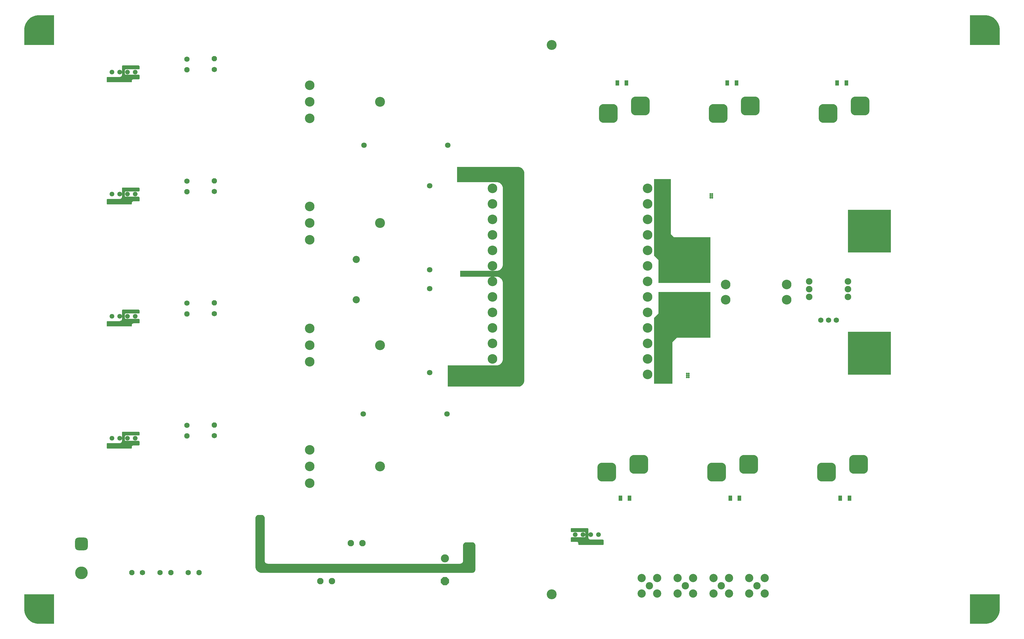
<source format=gbs>
G04*
G04 #@! TF.GenerationSoftware,Altium Limited,Altium Designer,19.1.9 (167)*
G04*
G04 Layer_Color=7477623*
%FSLAX44Y44*%
%MOMM*%
G71*
G01*
G75*
%ADD51R,1.1500X1.7500*%
%ADD52P,2.8684X8X112.5*%
%ADD53C,2.6500*%
%ADD54C,1.8000*%
G04:AMPARAMS|DCode=55|XSize=6.15mm|YSize=6.15mm|CornerRadius=1.575mm|HoleSize=0mm|Usage=FLASHONLY|Rotation=0.000|XOffset=0mm|YOffset=0mm|HoleType=Round|Shape=RoundedRectangle|*
%AMROUNDEDRECTD55*
21,1,6.1500,3.0000,0,0,0.0*
21,1,3.0000,6.1500,0,0,0.0*
1,1,3.1500,1.5000,-1.5000*
1,1,3.1500,-1.5000,-1.5000*
1,1,3.1500,-1.5000,1.5000*
1,1,3.1500,1.5000,1.5000*
%
%ADD55ROUNDEDRECTD55*%
%ADD56C,1.7500*%
%ADD57C,2.1500*%
%ADD58C,0.6500*%
%ADD59C,2.3500*%
%ADD60C,3.1500*%
%ADD62C,2.7000*%
%ADD63C,2.4000*%
G04:AMPARAMS|DCode=64|XSize=4.15mm|YSize=4.15mm|CornerRadius=1.075mm|HoleSize=0mm|Usage=FLASHONLY|Rotation=270.000|XOffset=0mm|YOffset=0mm|HoleType=Round|Shape=RoundedRectangle|*
%AMROUNDEDRECTD64*
21,1,4.1500,2.0000,0,0,270.0*
21,1,2.0000,4.1500,0,0,270.0*
1,1,2.1500,-1.0000,-1.0000*
1,1,2.1500,-1.0000,1.0000*
1,1,2.1500,1.0000,1.0000*
1,1,2.1500,1.0000,-1.0000*
%
%ADD64ROUNDEDRECTD64*%
%ADD65C,4.1500*%
%ADD66P,1.8942X8X292.5*%
%ADD67C,1.5500*%
%ADD68P,1.8942X8X202.5*%
%ADD69C,3.2500*%
%ADD131C,2.1082*%
G36*
X3159178Y1996138D02*
X3165121Y1994545D01*
X3170806Y1992191D01*
X3176135Y1989114D01*
X3181017Y1985368D01*
X3185368Y1981017D01*
X3189114Y1976135D01*
X3192191Y1970806D01*
X3194546Y1965121D01*
X3196138Y1959177D01*
X3196942Y1953077D01*
Y1950000D01*
Y1900000D01*
X3100000D01*
Y1996941D01*
X3150000D01*
D01*
X3150000D01*
X3153076Y1996941D01*
X3159178Y1996138D01*
D02*
G37*
G36*
X100000Y1996942D02*
Y1900000D01*
X3059D01*
Y1950000D01*
Y1953077D01*
X3862Y1959177D01*
X5454Y1965121D01*
X7809Y1970806D01*
X10886Y1976135D01*
X14632Y1981017D01*
X18983Y1985368D01*
X23865Y1989114D01*
X29194Y1992191D01*
X34879Y1994545D01*
X40823Y1996138D01*
X46923Y1996941D01*
X50000Y1996942D01*
X100000D01*
D02*
G37*
G36*
X332500Y1832500D02*
X377500Y1832500D01*
X377997Y1832500D01*
X378916Y1832119D01*
X379619Y1831416D01*
X379716Y1831183D01*
X380000Y1830000D01*
D01*
X380000Y1828825D01*
Y1822500D01*
X380000Y1822003D01*
X379619Y1821084D01*
X378916Y1820381D01*
X378657Y1820273D01*
X377500Y1820000D01*
Y1820000D01*
X335000Y1820000D01*
X334512Y1819952D01*
X333611Y1819579D01*
X332921Y1818889D01*
X332548Y1817988D01*
X332500Y1817500D01*
Y1805000D01*
X332548Y1804512D01*
X332921Y1803611D01*
X333611Y1802921D01*
X334512Y1802548D01*
X335000Y1802500D01*
X377500Y1802500D01*
X377997Y1802500D01*
X378916Y1802119D01*
X379619Y1801416D01*
X379726Y1801157D01*
X380000Y1800000D01*
Y1800000D01*
X380000D01*
X380000Y1800000D01*
X380000Y1790000D01*
X380000Y1789503D01*
X379620Y1788584D01*
X378917Y1787880D01*
X378657Y1787773D01*
X377500Y1787500D01*
Y1787500D01*
X360000Y1787500D01*
X359024Y1787404D01*
X357221Y1786658D01*
X355842Y1785278D01*
X355186Y1783693D01*
X355096Y1783476D01*
X355000Y1782500D01*
X355000Y1782500D01*
X355000Y1782500D01*
X355000Y1780000D01*
X355000Y1779503D01*
X354620Y1778583D01*
X353917Y1777880D01*
X352997Y1777500D01*
X352500Y1777500D01*
X275000D01*
X274503Y1777500D01*
X273584Y1777880D01*
X272880Y1778584D01*
X272500Y1779503D01*
X272500Y1780000D01*
X272500Y1792997D01*
X272880Y1793916D01*
X273584Y1794619D01*
X274502Y1795000D01*
X275000Y1795000D01*
X315000Y1795000D01*
X315735Y1795036D01*
X317177Y1795323D01*
X318535Y1795885D01*
X319757Y1796702D01*
X320797Y1797742D01*
X321614Y1798964D01*
X322176Y1800322D01*
X322463Y1801764D01*
X322499Y1802499D01*
X322500Y1802500D01*
Y1830497D01*
X322881Y1831416D01*
X323583Y1832119D01*
X324502Y1832499D01*
X324999D01*
X325000Y1832500D01*
X332500Y1832500D01*
D02*
G37*
G36*
Y1432500D02*
X377500Y1432500D01*
X377997Y1432500D01*
X378916Y1432119D01*
X379619Y1431416D01*
X379716Y1431183D01*
X380000Y1430000D01*
D01*
X380000Y1428825D01*
Y1422500D01*
X380000Y1422003D01*
X379619Y1421084D01*
X378916Y1420381D01*
X378657Y1420273D01*
X377500Y1420000D01*
Y1420000D01*
X335000Y1420000D01*
X334512Y1419952D01*
X333611Y1419579D01*
X332921Y1418889D01*
X332548Y1417988D01*
X332500Y1417500D01*
Y1405000D01*
X332548Y1404512D01*
X332921Y1403611D01*
X333611Y1402921D01*
X334512Y1402548D01*
X335000Y1402500D01*
X377500Y1402500D01*
X377997Y1402500D01*
X378916Y1402119D01*
X379619Y1401416D01*
X379726Y1401157D01*
X380000Y1400000D01*
Y1400000D01*
X380000D01*
X380000Y1400000D01*
X380000Y1390000D01*
X380000Y1389503D01*
X379620Y1388584D01*
X378917Y1387880D01*
X378657Y1387773D01*
X377500Y1387500D01*
Y1387500D01*
X360000Y1387500D01*
X359024Y1387404D01*
X357221Y1386658D01*
X355842Y1385278D01*
X355186Y1383693D01*
X355096Y1383476D01*
X355000Y1382500D01*
X355000Y1382500D01*
X355000Y1382500D01*
X355000Y1380000D01*
X355000Y1379503D01*
X354620Y1378583D01*
X353917Y1377880D01*
X352997Y1377500D01*
X352500Y1377500D01*
X275000D01*
X274503Y1377500D01*
X273584Y1377880D01*
X272880Y1378584D01*
X272500Y1379503D01*
X272500Y1380000D01*
X272500Y1392997D01*
X272880Y1393916D01*
X273584Y1394619D01*
X274502Y1395000D01*
X275000Y1395000D01*
X315000Y1395000D01*
X315735Y1395036D01*
X317177Y1395323D01*
X318535Y1395885D01*
X319757Y1396702D01*
X320797Y1397742D01*
X321614Y1398964D01*
X322176Y1400322D01*
X322463Y1401764D01*
X322499Y1402499D01*
X322500Y1402500D01*
Y1430497D01*
X322881Y1431416D01*
X323583Y1432119D01*
X324502Y1432499D01*
X324999D01*
X325000Y1432500D01*
X332500Y1432500D01*
D02*
G37*
G36*
X2840440Y1219666D02*
X2700440D01*
Y1359666D01*
X2840440D01*
Y1219666D01*
D02*
G37*
G36*
X1620000Y1500000D02*
X1620000Y1500000D01*
X1620000Y1500000D01*
X1621970Y1500000D01*
X1625834Y1499231D01*
X1629473Y1497724D01*
X1632749Y1495535D01*
X1635535Y1492749D01*
X1637724Y1489474D01*
X1639231Y1485834D01*
X1640000Y1481970D01*
X1640000Y1480000D01*
X1640000Y800000D01*
X1640000Y800000D01*
X1640000Y798030D01*
X1639231Y794166D01*
X1637724Y790526D01*
X1635535Y787251D01*
X1632749Y784465D01*
X1629473Y782276D01*
X1625834Y780769D01*
X1621970Y780000D01*
X1620000Y780000D01*
X1390000D01*
Y850000D01*
X1550000D01*
X1551960Y850096D01*
X1555806Y850861D01*
X1559428Y852361D01*
X1562688Y854540D01*
X1565460Y857312D01*
X1567639Y860572D01*
X1569139Y864194D01*
X1569904Y868040D01*
X1570000Y870000D01*
X1570000Y1120000D01*
X1570000Y1120000D01*
X1570000Y1120000D01*
X1569904Y1121960D01*
X1569139Y1125806D01*
X1567638Y1129428D01*
X1565460Y1132688D01*
X1562688Y1135460D01*
X1559428Y1137638D01*
X1555806Y1139139D01*
X1551960Y1139904D01*
X1550000Y1140000D01*
X1430000Y1140000D01*
Y1160000D01*
X1550000Y1160000D01*
X1551960Y1160096D01*
X1555806Y1160861D01*
X1559428Y1162362D01*
X1562688Y1164540D01*
X1565460Y1167312D01*
X1567638Y1170572D01*
X1569139Y1174194D01*
X1569904Y1178040D01*
X1570000Y1180000D01*
X1570000Y1430000D01*
X1570000D01*
X1570000Y1430000D01*
X1569904Y1431960D01*
X1569139Y1435806D01*
X1567638Y1439428D01*
X1565460Y1442688D01*
X1562688Y1445460D01*
X1559428Y1447638D01*
X1555806Y1449139D01*
X1551960Y1449904D01*
X1550000Y1450000D01*
X1420000Y1450000D01*
Y1500000D01*
X1620000Y1500000D01*
D02*
G37*
G36*
X2120000Y1460000D02*
X2120000Y1280000D01*
X2130000Y1270000D01*
X2250000Y1270000D01*
Y1120000D01*
X2080000D01*
Y1195000D01*
X2065000Y1210000D01*
Y1460000D01*
X2120000Y1460000D01*
D02*
G37*
G36*
X332500Y1032500D02*
X377500Y1032500D01*
X377997Y1032500D01*
X378916Y1032119D01*
X379619Y1031416D01*
X379716Y1031183D01*
X380000Y1030000D01*
D01*
X380000Y1028825D01*
Y1022500D01*
X380000Y1022003D01*
X379619Y1021084D01*
X378916Y1020381D01*
X378657Y1020273D01*
X377500Y1020000D01*
Y1020000D01*
X335000Y1020000D01*
X334512Y1019952D01*
X333611Y1019579D01*
X332921Y1018889D01*
X332548Y1017988D01*
X332500Y1017500D01*
Y1005000D01*
X332548Y1004512D01*
X332921Y1003611D01*
X333611Y1002921D01*
X334512Y1002548D01*
X335000Y1002500D01*
X377500Y1002500D01*
X377997Y1002500D01*
X378916Y1002119D01*
X379619Y1001416D01*
X379726Y1001157D01*
X380000Y1000001D01*
Y1000000D01*
X380000D01*
X380000Y1000000D01*
X380000Y990000D01*
X380000Y989503D01*
X379620Y988584D01*
X378917Y987880D01*
X378657Y987773D01*
X377500Y987500D01*
Y987500D01*
X360000Y987500D01*
X359024Y987404D01*
X357221Y986658D01*
X355842Y985278D01*
X355186Y983693D01*
X355096Y983476D01*
X355000Y982500D01*
X355000Y982500D01*
X355000Y982500D01*
X355000Y980000D01*
X355000Y979502D01*
X354620Y978583D01*
X353917Y977880D01*
X352997Y977499D01*
X352500Y977500D01*
X275000D01*
X274503Y977500D01*
X273584Y977880D01*
X272880Y978584D01*
X272500Y979503D01*
X272500Y980000D01*
X272500Y992997D01*
X272880Y993916D01*
X273584Y994619D01*
X274502Y994999D01*
X275000Y994999D01*
X315000Y995000D01*
X315735Y995036D01*
X317177Y995323D01*
X318535Y995885D01*
X319757Y996702D01*
X320797Y997742D01*
X321614Y998964D01*
X322176Y1000322D01*
X322463Y1001764D01*
X322499Y1002499D01*
X322500Y1002500D01*
Y1030497D01*
X322881Y1031416D01*
X323583Y1032119D01*
X324502Y1032499D01*
X324999D01*
X325000Y1032500D01*
X332500Y1032500D01*
D02*
G37*
G36*
X2840440Y819666D02*
X2700440D01*
Y959666D01*
X2840440D01*
Y819666D01*
D02*
G37*
G36*
X2250000Y940000D02*
X2140000D01*
X2125000Y925000D01*
Y790000D01*
X2065000Y790000D01*
Y1005000D01*
X2080000Y1020000D01*
Y1090000D01*
X2250000D01*
Y940000D01*
D02*
G37*
G36*
X332500Y632500D02*
X377500Y632500D01*
X377997Y632500D01*
X378916Y632119D01*
X379619Y631416D01*
X379716Y631183D01*
X380000Y630000D01*
D01*
X380000Y628825D01*
Y622500D01*
X380000Y622003D01*
X379619Y621084D01*
X378916Y620381D01*
X378657Y620273D01*
X377500Y620000D01*
Y620000D01*
X335000Y620000D01*
X334512Y619952D01*
X333611Y619579D01*
X332921Y618889D01*
X332548Y617988D01*
X332500Y617500D01*
Y605000D01*
X332548Y604512D01*
X332921Y603611D01*
X333611Y602921D01*
X334512Y602548D01*
X335000Y602500D01*
X377500Y602500D01*
X377997Y602500D01*
X378916Y602119D01*
X379619Y601416D01*
X379726Y601157D01*
X380000Y600000D01*
Y600000D01*
X380000D01*
X380000Y600000D01*
X380000Y590000D01*
X380000Y589503D01*
X379620Y588583D01*
X378917Y587880D01*
X378657Y587773D01*
X377500Y587500D01*
Y587500D01*
X360000Y587500D01*
X359024Y587404D01*
X357221Y586658D01*
X355842Y585279D01*
X355186Y583693D01*
X355096Y583476D01*
X355000Y582500D01*
X355000Y582500D01*
X355000Y582500D01*
X355000Y580000D01*
X355000Y579502D01*
X354620Y578583D01*
X353917Y577880D01*
X352997Y577500D01*
X352500Y577500D01*
X275000D01*
X274503Y577500D01*
X273584Y577880D01*
X272880Y578584D01*
X272500Y579503D01*
X272500Y580000D01*
X272500Y592997D01*
X272880Y593916D01*
X273584Y594619D01*
X274502Y595000D01*
X275000Y595000D01*
X315000Y595000D01*
X315735Y595036D01*
X317177Y595323D01*
X318535Y595886D01*
X319757Y596702D01*
X320797Y597742D01*
X321614Y598964D01*
X322176Y600322D01*
X322463Y601764D01*
X322499Y602499D01*
X322500Y602500D01*
Y630497D01*
X322881Y631416D01*
X323583Y632119D01*
X324502Y632499D01*
X324999D01*
X325000Y632500D01*
X332500Y632500D01*
D02*
G37*
G36*
X780000Y360000D02*
X780985Y360000D01*
X782917Y359616D01*
X784737Y358862D01*
X786375Y357767D01*
X787767Y356375D01*
X788862Y354737D01*
X789616Y352917D01*
X789962Y351174D01*
X790000Y350004D01*
Y350000D01*
X790000Y350000D01*
X790000Y350000D01*
X790000Y210000D01*
X790048Y209020D01*
X790430Y207098D01*
X791180Y205287D01*
X792269Y203657D01*
X793655Y202271D01*
X795285Y201182D01*
X797096Y200432D01*
X799018Y200050D01*
X799998Y200002D01*
X1430000Y200000D01*
X1430980Y200048D01*
X1432903Y200431D01*
X1434714Y201181D01*
X1436344Y202270D01*
X1437730Y203656D01*
X1438819Y205286D01*
X1439569Y207097D01*
X1439951Y209020D01*
X1440000Y210000D01*
X1440000Y210000D01*
X1440000Y260000D01*
Y260985D01*
X1440384Y262917D01*
X1441138Y264737D01*
X1442232Y266374D01*
X1443625Y267767D01*
X1445263Y268862D01*
X1447083Y269616D01*
X1449015Y270000D01*
X1450000Y270000D01*
X1450000Y270000D01*
X1470985Y270000D01*
X1472917Y269616D01*
X1474737Y268862D01*
X1476375Y267767D01*
X1477767Y266375D01*
X1478862Y264737D01*
X1479616Y262917D01*
X1480000Y260985D01*
Y260000D01*
X1480000D01*
X1480000Y180000D01*
X1480000Y179015D01*
X1479616Y177083D01*
X1478862Y175263D01*
X1477768Y173625D01*
X1476375Y172232D01*
X1474737Y171138D01*
X1472917Y170384D01*
X1470985Y170000D01*
X1470000Y170000D01*
X780000D01*
X778030Y170000D01*
X774166Y170768D01*
X770526Y172276D01*
X767251Y174465D01*
X764465Y177250D01*
X762276Y180526D01*
X760769Y184166D01*
X760000Y188030D01*
X760000Y190000D01*
X760000Y350000D01*
Y350985D01*
X760384Y352917D01*
X761138Y354737D01*
X762233Y356375D01*
X763625Y357767D01*
X765263Y358862D01*
X767083Y359616D01*
X769015Y360000D01*
X770000Y360000D01*
X770000Y360000D01*
X780000Y360000D01*
D02*
G37*
G36*
X1847501Y316499D02*
X1847998D01*
X1848916Y316119D01*
X1849619Y315416D01*
X1850000Y314497D01*
X1850000Y286500D01*
X1850001Y286499D01*
X1850037Y285764D01*
X1850324Y284322D01*
X1850886Y282964D01*
X1851703Y281742D01*
X1852743Y280702D01*
X1853965Y279886D01*
X1855323Y279323D01*
X1856765Y279036D01*
X1857500Y279000D01*
X1897500Y279000D01*
X1897500Y278999D01*
X1898657Y278726D01*
X1898916Y278619D01*
X1899619Y277916D01*
X1900000Y276997D01*
X1900000Y264000D01*
X1900000Y264000D01*
X1900000Y263503D01*
X1899620Y262584D01*
X1898916Y261880D01*
X1897997Y261500D01*
X1897500Y261500D01*
X1820000D01*
X1819503Y261499D01*
X1818583Y261880D01*
X1817880Y262583D01*
X1817500Y263503D01*
X1817500Y264000D01*
X1817500Y266500D01*
X1817500Y266500D01*
X1817500Y266500D01*
X1817404Y267476D01*
X1817314Y267693D01*
X1816658Y269278D01*
X1815278Y270658D01*
X1813476Y271404D01*
X1812500Y271500D01*
X1795000Y271500D01*
X1794503Y271500D01*
X1793583Y271880D01*
X1792880Y272584D01*
X1792500Y273503D01*
X1792500Y274000D01*
X1792500Y284000D01*
X1792500Y284000D01*
X1792500Y284000D01*
X1792774Y285157D01*
X1792881Y285416D01*
X1793584Y286119D01*
X1794503Y286500D01*
X1795000Y286500D01*
X1837500Y286500D01*
X1837988Y286548D01*
X1838889Y286921D01*
X1839579Y287611D01*
X1839952Y288512D01*
X1840000Y289000D01*
X1840000Y301500D01*
X1840000Y301500D01*
X1840000Y301500D01*
X1839952Y301988D01*
X1839579Y302889D01*
X1838889Y303579D01*
X1837988Y303952D01*
X1837500Y304000D01*
X1795000Y304000D01*
X1794503Y304000D01*
X1793584Y304380D01*
X1792881Y305084D01*
X1792500Y306003D01*
X1792500Y306500D01*
X1792500Y314000D01*
X1792500Y314000D01*
X1792500Y314000D01*
Y314000D01*
X1792773Y315157D01*
X1792881Y315416D01*
X1793584Y316119D01*
X1794503Y316500D01*
X1795000Y316500D01*
X1840000Y316500D01*
X1847500Y316500D01*
X1847501Y316499D01*
D02*
G37*
G36*
X100000Y3059D02*
X50000D01*
X46923D01*
X40823Y3862D01*
X34879Y5454D01*
X29194Y7809D01*
X23865Y10886D01*
X18983Y14632D01*
X14632Y18983D01*
X10886Y23865D01*
X7809Y29194D01*
X5454Y34879D01*
X3862Y40823D01*
X3059Y46923D01*
Y50000D01*
Y100000D01*
X100000D01*
Y3059D01*
D02*
G37*
G36*
X3196941Y50000D02*
Y46923D01*
X3196138Y40823D01*
X3194546Y34879D01*
X3192191Y29194D01*
X3189114Y23865D01*
X3185368Y18983D01*
X3181017Y14632D01*
X3176135Y10886D01*
X3170806Y7809D01*
X3165121Y5454D01*
X3159178Y3862D01*
X3153077Y3059D01*
X3150000D01*
X3100000D01*
Y100000D01*
X3196941D01*
Y50000D01*
D02*
G37*
D51*
X2675000Y415000D02*
D03*
X2705000D02*
D03*
X2315000D02*
D03*
X2345000D02*
D03*
X1955000D02*
D03*
X1985000D02*
D03*
X2695000Y1775000D02*
D03*
X2665000D02*
D03*
X2335000D02*
D03*
X2305000D02*
D03*
X1975000D02*
D03*
X1945000D02*
D03*
D52*
X1380000Y142500D02*
D03*
D53*
Y217500D02*
D03*
D54*
X1330000Y1438500D02*
D03*
Y1163500D02*
D03*
Y1101000D02*
D03*
Y826000D02*
D03*
X1390000Y1571000D02*
D03*
X1115000D02*
D03*
X1387500Y691000D02*
D03*
X1112500D02*
D03*
D55*
X2630000Y500500D02*
D03*
X2735000Y525500D02*
D03*
X2375000D02*
D03*
X2270000Y500500D02*
D03*
X2015000Y525500D02*
D03*
X1910000Y500500D02*
D03*
X2635000Y1675000D02*
D03*
X2740000Y1700000D02*
D03*
X2275000Y1675000D02*
D03*
X2380000Y1700000D02*
D03*
X1915000Y1675000D02*
D03*
X2020000Y1700000D02*
D03*
D56*
X2661900Y998400D02*
D03*
X2636500D02*
D03*
X2611100D02*
D03*
X2745041Y915066D02*
D03*
X2770440D02*
D03*
X2795840D02*
D03*
X2821241D02*
D03*
X2770440Y940466D02*
D03*
X2745041D02*
D03*
X2719641D02*
D03*
Y915066D02*
D03*
X2795840Y940466D02*
D03*
X2821241D02*
D03*
X2770440Y838866D02*
D03*
X2745041D02*
D03*
X2719641D02*
D03*
X2795840D02*
D03*
X2821241D02*
D03*
X2719641Y889666D02*
D03*
Y864266D02*
D03*
X2745041Y889666D02*
D03*
X2770440D02*
D03*
X2795840D02*
D03*
X2821241D02*
D03*
Y864266D02*
D03*
X2795840D02*
D03*
X2770440D02*
D03*
X2745041D02*
D03*
X625000Y1019502D02*
D03*
X2745041Y1264266D02*
D03*
X2770440D02*
D03*
X2795840D02*
D03*
X2821241D02*
D03*
Y1289666D02*
D03*
X2795840D02*
D03*
X2770440D02*
D03*
X2745041D02*
D03*
X2719641Y1264266D02*
D03*
Y1289666D02*
D03*
X2821241Y1238866D02*
D03*
X2795840D02*
D03*
X2719641D02*
D03*
X2745041D02*
D03*
X2770440D02*
D03*
X2821241Y1340466D02*
D03*
X2795840D02*
D03*
X2719641Y1315066D02*
D03*
Y1340466D02*
D03*
X2745041D02*
D03*
X2770440D02*
D03*
X2821241Y1315066D02*
D03*
X2795840D02*
D03*
X2770440D02*
D03*
X2745041D02*
D03*
X540000Y171000D02*
D03*
X447500D02*
D03*
X390000D02*
D03*
X625000Y619502D02*
D03*
X535000Y653500D02*
D03*
Y1053500D02*
D03*
X625000Y1419502D02*
D03*
X535000Y1453500D02*
D03*
X625000Y1819502D02*
D03*
X535000Y1853500D02*
D03*
D57*
X2573000Y1074600D02*
D03*
X2700000D02*
D03*
X2573000Y1100000D02*
D03*
Y1125400D02*
D03*
X2700000Y1100000D02*
D03*
Y1125400D02*
D03*
D58*
X2249500Y1405000D02*
D03*
Y1411000D02*
D03*
Y1399000D02*
D03*
X2255500D02*
D03*
Y1411000D02*
D03*
Y1405000D02*
D03*
X2172500Y816500D02*
D03*
Y810500D02*
D03*
Y822500D02*
D03*
X2178500D02*
D03*
Y810500D02*
D03*
Y816500D02*
D03*
D59*
X1090000Y1197261D02*
D03*
Y1064739D02*
D03*
D60*
X2500000Y1065000D02*
D03*
Y1115000D02*
D03*
X2300000D02*
D03*
Y1065000D02*
D03*
X937500Y1768000D02*
D03*
Y1713500D02*
D03*
Y1659000D02*
D03*
X1536000Y1430200D02*
D03*
Y1379400D02*
D03*
Y1328600D02*
D03*
Y1277800D02*
D03*
Y1227000D02*
D03*
Y1176200D02*
D03*
Y1125400D02*
D03*
Y1074600D02*
D03*
Y1023800D02*
D03*
Y973000D02*
D03*
Y922200D02*
D03*
Y871400D02*
D03*
X2044000Y820600D02*
D03*
Y871400D02*
D03*
Y922200D02*
D03*
Y973000D02*
D03*
Y1023800D02*
D03*
Y1074600D02*
D03*
Y1125400D02*
D03*
Y1176200D02*
D03*
Y1227000D02*
D03*
Y1277800D02*
D03*
Y1328600D02*
D03*
Y1379400D02*
D03*
X1536000Y820600D02*
D03*
X2044000Y1430200D02*
D03*
X937500Y861500D02*
D03*
Y916000D02*
D03*
Y970500D02*
D03*
Y1261500D02*
D03*
Y1316000D02*
D03*
Y1370500D02*
D03*
Y464000D02*
D03*
Y518500D02*
D03*
Y573000D02*
D03*
D62*
X2259600Y152900D02*
D03*
X2310400D02*
D03*
Y102100D02*
D03*
X2259600D02*
D03*
X2377100D02*
D03*
X2427900D02*
D03*
Y152900D02*
D03*
X2377100D02*
D03*
X2142100Y102100D02*
D03*
X2192900D02*
D03*
Y152900D02*
D03*
X2142100D02*
D03*
X2024600Y102100D02*
D03*
X2075400D02*
D03*
Y152900D02*
D03*
X2024600D02*
D03*
D63*
X2285000Y127500D02*
D03*
X2402500D02*
D03*
X2167500D02*
D03*
X2050000D02*
D03*
D64*
X190000Y265000D02*
D03*
D65*
Y170000D02*
D03*
D66*
X625000Y1054502D02*
D03*
Y654502D02*
D03*
X535000Y618500D02*
D03*
Y1018500D02*
D03*
X625000Y1454502D02*
D03*
X535000Y1418500D02*
D03*
X625000Y1854502D02*
D03*
X535000Y1818500D02*
D03*
D67*
X365800Y1011000D02*
D03*
X340400D02*
D03*
X315000D02*
D03*
X289600D02*
D03*
Y611000D02*
D03*
X315000D02*
D03*
X340400D02*
D03*
X365800D02*
D03*
X289600Y1411000D02*
D03*
X315000D02*
D03*
X340400D02*
D03*
X365800D02*
D03*
X289600Y1811000D02*
D03*
X315000D02*
D03*
X340400D02*
D03*
X365800D02*
D03*
X1882900Y295000D02*
D03*
X1857500D02*
D03*
X1832100D02*
D03*
X1806700D02*
D03*
D68*
X575000Y171000D02*
D03*
X482500D02*
D03*
X355000D02*
D03*
D69*
X3150000Y50000D02*
D03*
X1730000Y1900000D02*
D03*
Y100000D02*
D03*
X3150000Y1950000D02*
D03*
X50000D02*
D03*
Y50000D02*
D03*
X1167500Y518500D02*
D03*
Y1316000D02*
D03*
Y1713500D02*
D03*
Y916000D02*
D03*
D131*
X972500Y142500D02*
D03*
X1072500Y267500D02*
D03*
X1110500D02*
D03*
X1010500Y142500D02*
D03*
M02*

</source>
